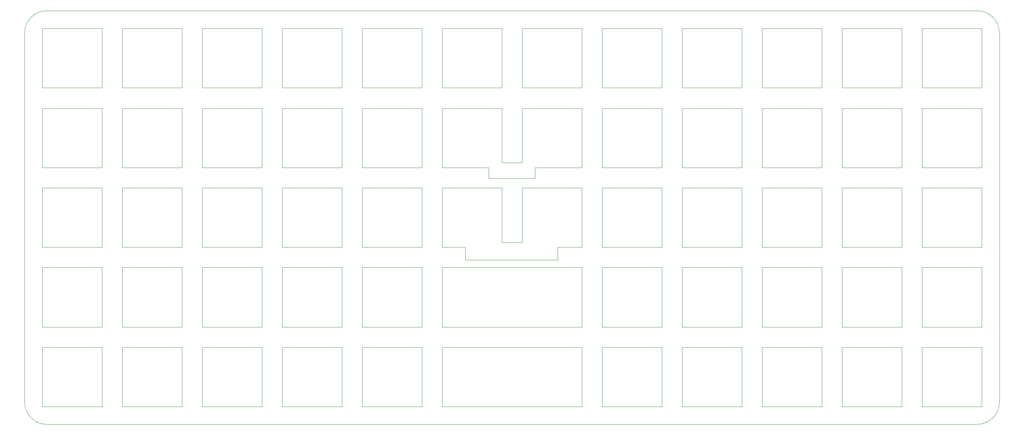
<source format=gbr>
%TF.GenerationSoftware,KiCad,Pcbnew,7.0.2*%
%TF.CreationDate,2023-05-30T09:58:56-07:00*%
%TF.ProjectId,5x12-plate,35783132-2d70-46c6-9174-652e6b696361,rev?*%
%TF.SameCoordinates,Original*%
%TF.FileFunction,Profile,NP*%
%FSLAX46Y46*%
G04 Gerber Fmt 4.6, Leading zero omitted, Abs format (unit mm)*
G04 Created by KiCad (PCBNEW 7.0.2) date 2023-05-30 09:58:56*
%MOMM*%
%LPD*%
G01*
G04 APERTURE LIST*
%TA.AperFunction,Profile*%
%ADD10C,0.100000*%
%TD*%
G04 APERTURE END LIST*
D10*
X92518400Y-54433800D02*
X106668400Y-54433800D01*
X182868400Y-16433800D02*
X182868400Y-30583800D01*
X220968400Y-87583800D02*
X206818400Y-87583800D01*
X182868400Y-73433800D02*
X182868400Y-87583800D01*
X201918400Y-54433800D02*
X201918400Y-68583800D01*
X30468400Y-49583800D02*
X16318400Y-49583800D01*
X206818400Y-87583800D02*
X206818400Y-73433800D01*
X122666400Y-52127800D02*
X122666400Y-49583800D01*
X87618400Y-73433800D02*
X87618400Y-87583800D01*
X68568400Y-16433800D02*
X68568400Y-30583800D01*
X201918400Y-87583800D02*
X187768400Y-87583800D01*
X125718400Y-48427800D02*
X130618400Y-48427800D01*
X130618400Y-30583800D02*
X130618400Y-16433800D01*
X92518400Y-87583800D02*
X92518400Y-73433800D01*
X106668400Y-49583800D02*
X92518400Y-49583800D01*
X225868400Y-68583800D02*
X225868400Y-54433800D01*
X206818400Y-73433800D02*
X220968400Y-73433800D01*
X73468400Y-49583800D02*
X73468400Y-35433800D01*
X206818400Y-92433800D02*
X220968400Y-92433800D01*
X35368400Y-35433800D02*
X49518400Y-35433800D01*
X182868400Y-30583800D02*
X168718400Y-30583800D01*
X35368400Y-92433800D02*
X49518400Y-92433800D01*
X240018400Y-54433800D02*
X240018400Y-68583800D01*
X35368400Y-16433800D02*
X49518400Y-16433800D01*
X206818400Y-16433800D02*
X220968400Y-16433800D01*
X87618400Y-54433800D02*
X87618400Y-68583800D01*
X144768400Y-30583800D02*
X130618400Y-30583800D01*
X73468400Y-16433800D02*
X87618400Y-16433800D01*
X206818400Y-54433800D02*
X220968400Y-54433800D01*
X111568400Y-87583800D02*
X111568400Y-73433800D01*
X149668400Y-16433800D02*
X163818400Y-16433800D01*
X73468400Y-106583800D02*
X73468400Y-92433800D01*
X111568400Y-106583800D02*
X111568400Y-92433800D01*
X68568400Y-73433800D02*
X68568400Y-87583800D01*
X220968400Y-30583800D02*
X206818400Y-30583800D01*
X54418400Y-106583800D02*
X54418400Y-92433800D01*
X139041400Y-71622000D02*
X128041400Y-71622000D01*
X206818400Y-35433800D02*
X220968400Y-35433800D01*
X73468400Y-73433800D02*
X87618400Y-73433800D01*
X144768400Y-68583800D02*
X139041400Y-68578000D01*
X106668400Y-54433800D02*
X106668400Y-68583800D01*
X130618400Y-35433800D02*
X144768400Y-35433800D01*
X16318400Y-92433800D02*
X30468400Y-92433800D01*
X68568400Y-92433800D02*
X68568400Y-106583800D01*
X106668400Y-92433800D02*
X106668400Y-106583800D01*
X220968400Y-92433800D02*
X220968400Y-106583800D01*
X149668400Y-68583800D02*
X149668400Y-54433800D01*
X182868400Y-68583800D02*
X168718400Y-68583800D01*
X125718400Y-30583800D02*
X111568400Y-30583800D01*
X163818400Y-106583800D02*
X149668400Y-106583800D01*
X149668400Y-30583800D02*
X149668400Y-16433800D01*
X16318400Y-68583800D02*
X16318400Y-54433800D01*
X35368400Y-87583800D02*
X35368400Y-73433800D01*
X87618400Y-68583800D02*
X73468400Y-68583800D01*
X54418400Y-73433800D02*
X68568400Y-73433800D01*
X49518400Y-87583800D02*
X35368400Y-87583800D01*
X182868400Y-54433800D02*
X182868400Y-68583800D01*
X225868400Y-49583800D02*
X225868400Y-35433800D01*
X54418400Y-68583800D02*
X54418400Y-54433800D01*
X35368400Y-30583800D02*
X35368400Y-16433800D01*
X240018400Y-49583800D02*
X225868400Y-49583800D01*
X168718400Y-30583800D02*
X168718400Y-16433800D01*
X244266400Y-17528800D02*
G75*
G03*
X238916400Y-12178800I-5350000J0D01*
G01*
X87618400Y-92433800D02*
X87618400Y-106583800D01*
X92518400Y-16433800D02*
X106668400Y-16433800D01*
X187768400Y-49583800D02*
X187768400Y-35433800D01*
X225868400Y-73433800D02*
X240018400Y-73433800D01*
X206818400Y-30583800D02*
X206818400Y-16433800D01*
X16318400Y-35433800D02*
X30468400Y-35433800D01*
X225868400Y-30583800D02*
X225868400Y-16433800D01*
X30468400Y-87583800D02*
X16318400Y-87583800D01*
X49518400Y-35433800D02*
X49518400Y-49583800D01*
X73468400Y-35433800D02*
X87618400Y-35433800D01*
X16318400Y-16433800D02*
X30468400Y-16433800D01*
X128041400Y-71622000D02*
X117041400Y-71622000D01*
X244266400Y-105486800D02*
X244266400Y-17528800D01*
X187768400Y-54433800D02*
X201918400Y-54433800D01*
X92518400Y-49583800D02*
X92518400Y-35433800D01*
X87618400Y-35433800D02*
X87618400Y-49583800D01*
X240018400Y-73433800D02*
X240018400Y-87583800D01*
X182868400Y-106583800D02*
X168718400Y-106583800D01*
X206818400Y-49583800D02*
X206818400Y-35433800D01*
X92518400Y-35433800D02*
X106668400Y-35433800D01*
X163818400Y-87583800D02*
X149668400Y-87583800D01*
X73468400Y-54433800D02*
X87618400Y-54433800D01*
X111568400Y-49583800D02*
X111568400Y-35433800D01*
X238916400Y-12178800D02*
X17416400Y-12178800D01*
X106668400Y-87583800D02*
X92518400Y-87583800D01*
X149668400Y-54433800D02*
X163818400Y-54433800D01*
X149668400Y-49583800D02*
X149668400Y-35433800D01*
X73468400Y-30583800D02*
X73468400Y-16433800D01*
X30468400Y-16433800D02*
X30468400Y-30583800D01*
X54418400Y-92433800D02*
X68568400Y-92433800D01*
X163818400Y-92433800D02*
X163818400Y-106583800D01*
X225868400Y-54433800D02*
X240018400Y-54433800D01*
X73468400Y-92433800D02*
X87618400Y-92433800D01*
X49518400Y-68583800D02*
X35368400Y-68583800D01*
X220968400Y-106583800D02*
X206818400Y-106583800D01*
X201918400Y-92433800D02*
X201918400Y-106583800D01*
X54418400Y-16433800D02*
X68568400Y-16433800D01*
X130618400Y-16433800D02*
X144768400Y-16433800D01*
X238916400Y-110836800D02*
G75*
G03*
X244266400Y-105486800I0J5350000D01*
G01*
X35368400Y-54433800D02*
X49518400Y-54433800D01*
X240018400Y-106583800D02*
X225868400Y-106583800D01*
X201918400Y-16433800D02*
X201918400Y-30583800D01*
X201918400Y-73433800D02*
X201918400Y-87583800D01*
X17416400Y-12178800D02*
G75*
G03*
X12066400Y-17528800I0J-5350000D01*
G01*
X220968400Y-73433800D02*
X220968400Y-87583800D01*
X125718400Y-67427800D02*
X130618400Y-67427800D01*
X144768400Y-49583800D02*
X133666400Y-49583800D01*
X92518400Y-73433800D02*
X106668400Y-73433800D01*
X87618400Y-106583800D02*
X73468400Y-106583800D01*
X206818400Y-68583800D02*
X206818400Y-54433800D01*
X111568400Y-35433800D02*
X125718400Y-35433800D01*
X168718400Y-92433800D02*
X182868400Y-92433800D01*
X87618400Y-49583800D02*
X73468400Y-49583800D01*
X68568400Y-106583800D02*
X54418400Y-106583800D01*
X35368400Y-106583800D02*
X35368400Y-92433800D01*
X49518400Y-92433800D02*
X49518400Y-106583800D01*
X168718400Y-54433800D02*
X182868400Y-54433800D01*
X54418400Y-87583800D02*
X54418400Y-73433800D01*
X125718400Y-54433800D02*
X125718400Y-67427800D01*
X168718400Y-106583800D02*
X168718400Y-92433800D01*
X16318400Y-73433800D02*
X30468400Y-73433800D01*
X30468400Y-30583800D02*
X16318400Y-30583800D01*
X49518400Y-54433800D02*
X49518400Y-68583800D01*
X111568400Y-92433800D02*
X144768400Y-92433800D01*
X16318400Y-87583800D02*
X16318400Y-73433800D01*
X130618400Y-67427800D02*
X130618400Y-54433800D01*
X133666400Y-49583800D02*
X133666400Y-52127800D01*
X111568400Y-68583800D02*
X111568400Y-54433800D01*
X30468400Y-106583800D02*
X16318400Y-106583800D01*
X220968400Y-35433800D02*
X220968400Y-49583800D01*
X163818400Y-68583800D02*
X149668400Y-68583800D01*
X54418400Y-30583800D02*
X54418400Y-16433800D01*
X49518400Y-30583800D02*
X35368400Y-30583800D01*
X49518400Y-49583800D02*
X35368400Y-49583800D01*
X144768400Y-73433800D02*
X144768400Y-87583800D01*
X225868400Y-35433800D02*
X240018400Y-35433800D01*
X92518400Y-30583800D02*
X92518400Y-16433800D01*
X87618400Y-87583800D02*
X73468400Y-87583800D01*
X168718400Y-35433800D02*
X182868400Y-35433800D01*
X122666400Y-49583800D02*
X111568400Y-49583800D01*
X54418400Y-35433800D02*
X68568400Y-35433800D01*
X30468400Y-73433800D02*
X30468400Y-87583800D01*
X54418400Y-54433800D02*
X68568400Y-54433800D01*
X182868400Y-92433800D02*
X182868400Y-106583800D01*
X220968400Y-68583800D02*
X206818400Y-68583800D01*
X168718400Y-49583800D02*
X168718400Y-35433800D01*
X201918400Y-49583800D02*
X187768400Y-49583800D01*
X187768400Y-16433800D02*
X201918400Y-16433800D01*
X225868400Y-106583800D02*
X225868400Y-92433800D01*
X201918400Y-30583800D02*
X187768400Y-30583800D01*
X187768400Y-73433800D02*
X201918400Y-73433800D01*
X149668400Y-35433800D02*
X163818400Y-35433800D01*
X168718400Y-68583800D02*
X168718400Y-54433800D01*
X182868400Y-87583800D02*
X168718400Y-87583800D01*
X139041400Y-68578000D02*
X139041400Y-71622000D01*
X220968400Y-16433800D02*
X220968400Y-30583800D01*
X30468400Y-35433800D02*
X30468400Y-49583800D01*
X106668400Y-68583800D02*
X92518400Y-68583800D01*
X54418400Y-49583800D02*
X54418400Y-35433800D01*
X111568400Y-30583800D02*
X111568400Y-16433800D01*
X206818400Y-106583800D02*
X206818400Y-92433800D01*
X240018400Y-92433800D02*
X240018400Y-106583800D01*
X187768400Y-106583800D02*
X187768400Y-92433800D01*
X106668400Y-16433800D02*
X106668400Y-30583800D01*
X133666400Y-52127800D02*
X122666400Y-52127800D01*
X12066400Y-17528800D02*
X12066400Y-105486800D01*
X163818400Y-30583800D02*
X149668400Y-30583800D01*
X35368400Y-73433800D02*
X49518400Y-73433800D01*
X225868400Y-16433800D02*
X240018400Y-16433800D01*
X16318400Y-49583800D02*
X16318400Y-35433800D01*
X17416400Y-110836800D02*
X238916400Y-110836800D01*
X201918400Y-68583800D02*
X187768400Y-68583800D01*
X49518400Y-106583800D02*
X35368400Y-106583800D01*
X240018400Y-87583800D02*
X225868400Y-87583800D01*
X144768400Y-106583800D02*
X111568400Y-106583800D01*
X12066400Y-105486800D02*
G75*
G03*
X17416400Y-110836800I5350000J0D01*
G01*
X187768400Y-35433800D02*
X201918400Y-35433800D01*
X163818400Y-54433800D02*
X163818400Y-68583800D01*
X30468400Y-92433800D02*
X30468400Y-106583800D01*
X149668400Y-73433800D02*
X163818400Y-73433800D01*
X225868400Y-92433800D02*
X240018400Y-92433800D01*
X87618400Y-30583800D02*
X73468400Y-30583800D01*
X68568400Y-30583800D02*
X54418400Y-30583800D01*
X68568400Y-35433800D02*
X68568400Y-49583800D01*
X187768400Y-92433800D02*
X201918400Y-92433800D01*
X240018400Y-68583800D02*
X225868400Y-68583800D01*
X30468400Y-54433800D02*
X30468400Y-68583800D01*
X130618400Y-48427800D02*
X130618400Y-35433800D01*
X144768400Y-87583800D02*
X111568400Y-87583800D01*
X144768400Y-35433800D02*
X144768400Y-49583800D01*
X111568400Y-16433800D02*
X125718400Y-16433800D01*
X117041400Y-68578000D02*
X111568400Y-68583800D01*
X168718400Y-73433800D02*
X182868400Y-73433800D01*
X168718400Y-87583800D02*
X168718400Y-73433800D01*
X220968400Y-54433800D02*
X220968400Y-68583800D01*
X35368400Y-68583800D02*
X35368400Y-54433800D01*
X16318400Y-30583800D02*
X16318400Y-16433800D01*
X49518400Y-73433800D02*
X49518400Y-87583800D01*
X187768400Y-87583800D02*
X187768400Y-73433800D01*
X149668400Y-87583800D02*
X149668400Y-73433800D01*
X68568400Y-49583800D02*
X54418400Y-49583800D01*
X106668400Y-35433800D02*
X106668400Y-49583800D01*
X68568400Y-68583800D02*
X54418400Y-68583800D01*
X187768400Y-30583800D02*
X187768400Y-16433800D01*
X182868400Y-35433800D02*
X182868400Y-49583800D01*
X30468400Y-68583800D02*
X16318400Y-68583800D01*
X240018400Y-35433800D02*
X240018400Y-49583800D01*
X149668400Y-92433800D02*
X163818400Y-92433800D01*
X35368400Y-49583800D02*
X35368400Y-35433800D01*
X149668400Y-106583800D02*
X149668400Y-92433800D01*
X130618400Y-54433800D02*
X144768400Y-54433800D01*
X92518400Y-92433800D02*
X106668400Y-92433800D01*
X106668400Y-30583800D02*
X92518400Y-30583800D01*
X16318400Y-54433800D02*
X30468400Y-54433800D01*
X106668400Y-73433800D02*
X106668400Y-87583800D01*
X106668400Y-106583800D02*
X92518400Y-106583800D01*
X125718400Y-35433800D02*
X125718400Y-48427800D01*
X117041400Y-71622000D02*
X117041400Y-68578000D01*
X111568400Y-73433800D02*
X144768400Y-73433800D01*
X144768400Y-92433800D02*
X144768400Y-106583800D01*
X201918400Y-35433800D02*
X201918400Y-49583800D01*
X87618400Y-16433800D02*
X87618400Y-30583800D01*
X187768400Y-68583800D02*
X187768400Y-54433800D01*
X168718400Y-16433800D02*
X182868400Y-16433800D01*
X68568400Y-87583800D02*
X54418400Y-87583800D01*
X225868400Y-87583800D02*
X225868400Y-73433800D01*
X92518400Y-68583800D02*
X92518400Y-54433800D01*
X163818400Y-16433800D02*
X163818400Y-30583800D01*
X68568400Y-54433800D02*
X68568400Y-68583800D01*
X144768400Y-54433800D02*
X144768400Y-68583800D01*
X201918400Y-106583800D02*
X187768400Y-106583800D01*
X49518400Y-16433800D02*
X49518400Y-30583800D01*
X125718400Y-16433800D02*
X125718400Y-30583800D01*
X163818400Y-35433800D02*
X163818400Y-49583800D01*
X111568400Y-54433800D02*
X125718400Y-54433800D01*
X73468400Y-68583800D02*
X73468400Y-54433800D01*
X92518400Y-106583800D02*
X92518400Y-92433800D01*
X220968400Y-49583800D02*
X206818400Y-49583800D01*
X182868400Y-49583800D02*
X168718400Y-49583800D01*
X240018400Y-30583800D02*
X225868400Y-30583800D01*
X163818400Y-73433800D02*
X163818400Y-87583800D01*
X73468400Y-87583800D02*
X73468400Y-73433800D01*
X240018400Y-16433800D02*
X240018400Y-30583800D01*
X16318400Y-106583800D02*
X16318400Y-92433800D01*
X144768400Y-16433800D02*
X144768400Y-30583800D01*
X163818400Y-49583800D02*
X149668400Y-49583800D01*
M02*

</source>
